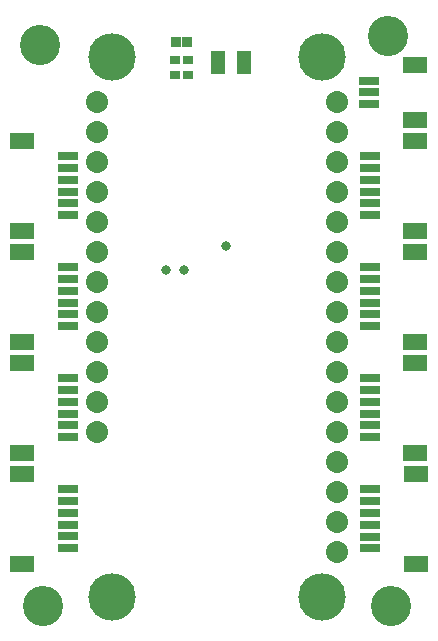
<source format=gts>
G04*
G04 #@! TF.GenerationSoftware,Altium Limited,Altium Designer,21.8.1 (53)*
G04*
G04 Layer_Color=8388736*
%FSLAX25Y25*%
%MOIN*%
G70*
G04*
G04 #@! TF.SameCoordinates,E365CCBF-B7D7-418C-B8C5-68AE61ABE827*
G04*
G04*
G04 #@! TF.FilePolarity,Negative*
G04*
G01*
G75*
%ADD18R,0.07887X0.05524*%
%ADD19R,0.06902X0.03162*%
%ADD20R,0.04540X0.02572*%
%ADD21R,0.03359X0.03320*%
%ADD22R,0.03556X0.03162*%
%ADD23C,0.15800*%
%ADD24C,0.07355*%
%ADD25C,0.03200*%
%ADD26C,0.13398*%
D18*
X105000Y266921D02*
D03*
Y237000D02*
D03*
X236000D02*
D03*
Y266921D02*
D03*
X236256Y155866D02*
D03*
Y125945D02*
D03*
X236000Y274000D02*
D03*
Y292110D02*
D03*
X105000Y126000D02*
D03*
Y155921D02*
D03*
X236000Y229921D02*
D03*
Y200000D02*
D03*
X105000D02*
D03*
Y229921D02*
D03*
Y163000D02*
D03*
Y192921D02*
D03*
X236000D02*
D03*
Y163000D02*
D03*
D19*
X120256Y242118D02*
D03*
Y246055D02*
D03*
Y249992D02*
D03*
Y253929D02*
D03*
Y257866D02*
D03*
Y261803D02*
D03*
X220744D02*
D03*
Y257866D02*
D03*
Y253929D02*
D03*
Y249992D02*
D03*
Y246055D02*
D03*
Y242118D02*
D03*
X221000Y131063D02*
D03*
Y135000D02*
D03*
Y138937D02*
D03*
Y142874D02*
D03*
Y146811D02*
D03*
Y150748D02*
D03*
X220740Y279118D02*
D03*
Y283055D02*
D03*
Y286992D02*
D03*
X120256Y150803D02*
D03*
Y146866D02*
D03*
Y142929D02*
D03*
Y138992D02*
D03*
Y135055D02*
D03*
Y131118D02*
D03*
X220744Y205118D02*
D03*
Y209055D02*
D03*
Y212992D02*
D03*
Y216929D02*
D03*
Y220866D02*
D03*
Y224803D02*
D03*
X120256D02*
D03*
Y220866D02*
D03*
Y216929D02*
D03*
Y212992D02*
D03*
Y209055D02*
D03*
Y205118D02*
D03*
Y187803D02*
D03*
Y183866D02*
D03*
Y179929D02*
D03*
Y175992D02*
D03*
Y172055D02*
D03*
Y168118D02*
D03*
X220744D02*
D03*
Y172055D02*
D03*
Y175992D02*
D03*
Y179929D02*
D03*
Y183866D02*
D03*
Y187803D02*
D03*
D20*
X170339Y290441D02*
D03*
Y293000D02*
D03*
Y295559D02*
D03*
X179000D02*
D03*
Y293000D02*
D03*
Y290441D02*
D03*
D21*
X156228Y300000D02*
D03*
X159772D02*
D03*
D22*
X155835Y289000D02*
D03*
X160165D02*
D03*
X155835Y294000D02*
D03*
X160165D02*
D03*
D23*
X135000Y295000D02*
D03*
X205000D02*
D03*
X135000Y115000D02*
D03*
X205000D02*
D03*
D24*
X210000Y130000D02*
D03*
Y140000D02*
D03*
Y150000D02*
D03*
Y160000D02*
D03*
Y170000D02*
D03*
Y180000D02*
D03*
Y190000D02*
D03*
Y200000D02*
D03*
Y210000D02*
D03*
Y220000D02*
D03*
Y230000D02*
D03*
Y240000D02*
D03*
Y250000D02*
D03*
Y260000D02*
D03*
Y270000D02*
D03*
Y280000D02*
D03*
X130000D02*
D03*
Y270000D02*
D03*
Y260000D02*
D03*
Y250000D02*
D03*
Y240000D02*
D03*
Y230000D02*
D03*
Y220000D02*
D03*
Y210000D02*
D03*
Y200000D02*
D03*
Y190000D02*
D03*
Y180000D02*
D03*
Y170000D02*
D03*
D25*
X173000Y232000D02*
D03*
X153000Y224000D02*
D03*
X159000D02*
D03*
D26*
X112000Y112000D02*
D03*
X111000Y299000D02*
D03*
X228000Y112000D02*
D03*
X227000Y302000D02*
D03*
M02*

</source>
